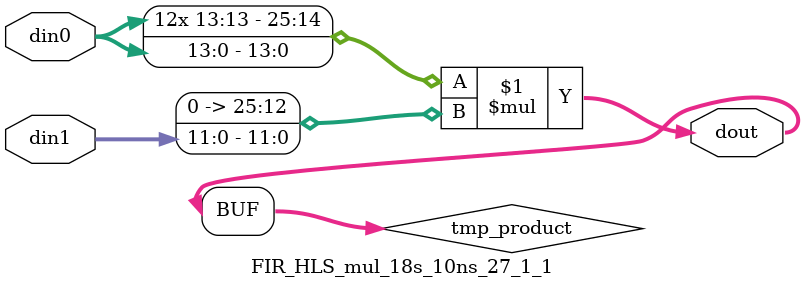
<source format=v>

`timescale 1 ns / 1 ps

 module FIR_HLS_mul_18s_10ns_27_1_1(din0, din1, dout);
parameter ID = 1;
parameter NUM_STAGE = 0;
parameter din0_WIDTH = 14;
parameter din1_WIDTH = 12;
parameter dout_WIDTH = 26;

input [din0_WIDTH - 1 : 0] din0; 
input [din1_WIDTH - 1 : 0] din1; 
output [dout_WIDTH - 1 : 0] dout;

wire signed [dout_WIDTH - 1 : 0] tmp_product;


























assign tmp_product = $signed(din0) * $signed({1'b0, din1});









assign dout = tmp_product;





















endmodule

</source>
